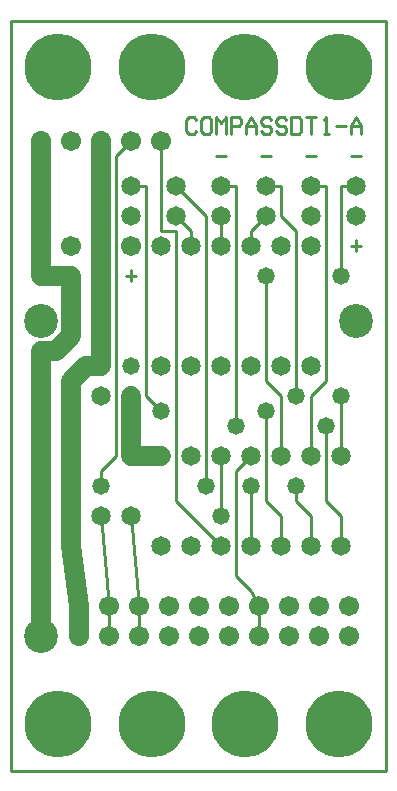
<source format=gtl>
%MOIN*%
%FSLAX25Y25*%
G04 D10 used for Character Trace; *
G04     Circle (OD=.01000) (No hole)*
G04 D11 used for Power Trace; *
G04     Circle (OD=.06700) (No hole)*
G04 D12 used for Signal Trace; *
G04     Circle (OD=.01100) (No hole)*
G04 D13 used for Via; *
G04     Circle (OD=.05800) (Round. Hole ID=.02800)*
G04 D14 used for Component hole; *
G04     Circle (OD=.06500) (Round. Hole ID=.03500)*
G04 D15 used for Component hole; *
G04     Circle (OD=.06700) (Round. Hole ID=.04300)*
G04 D16 used for Component hole; *
G04     Circle (OD=.08100) (Round. Hole ID=.05100)*
G04 D17 used for Component hole; *
G04     Circle (OD=.08900) (Round. Hole ID=.05900)*
G04 D18 used for Component hole; *
G04     Circle (OD=.11300) (Round. Hole ID=.08300)*
G04 D19 used for Component hole; *
G04     Circle (OD=.16000) (Round. Hole ID=.13000)*
G04 D20 used for Component hole; *
G04     Circle (OD=.18300) (Round. Hole ID=.15300)*
G04 D21 used for Component hole; *
G04     Circle (OD=.22291) (Round. Hole ID=.19291)*
%ADD10C,.01000*%
%ADD11C,.06700*%
%ADD12C,.01100*%
%ADD13C,.05800*%
%ADD14C,.06500*%
%ADD15C,.06700*%
%ADD16C,.08100*%
%ADD17C,.08900*%
%ADD18C,.11300*%
%ADD19C,.16000*%
%ADD20C,.18300*%
%ADD21C,.22291*%
%IPPOS*%
%LPD*%
G90*X0Y0D02*D21*X15625Y15625D03*D15*              
X42500Y45000D03*D12*Y55000D01*D15*D03*D12*        
X40000Y85000D01*D14*D03*X50000Y75000D03*D13*      
X30000Y95000D03*D12*Y100000D01*X35000Y105000D01*  
Y205000D01*X40000Y210000D01*D15*D03*X50000D03*D12*
Y180000D01*X55000D01*Y90000D01*X70000Y75000D01*   
D14*D03*X80000D03*D12*Y95000D01*D13*D03*D12*      
X90000Y85000D02*X85000Y90000D01*X90000Y75000D02*  
Y85000D01*D14*Y75000D03*D12*X100000D02*Y85000D01* 
D14*Y75000D03*D12*X110000D02*Y85000D01*D14*       
Y75000D03*D12*X100000Y85000D02*X95000Y90000D01*   
Y95000D01*D13*D03*D12*X110000Y85000D02*           
X105000Y90000D01*Y115000D01*D13*D03*              
X95000Y125000D03*D12*Y180000D01*X90000Y185000D01* 
Y195000D01*X85000D01*D14*D03*D10*X83326Y205000D02*
X86674D01*D12*X75000Y115000D02*Y195000D01*D13*    
Y115000D03*D14*X70000Y105000D03*D12*Y85000D01*D13*
D03*D14*X60000Y75000D03*D13*X65000Y95000D03*D12*  
Y185000D01*X55000Y195000D01*D14*D03*D12*          
X45000Y125000D02*Y195000D01*X50000Y120000D02*     
X45000Y125000D01*D13*X50000Y120000D03*D14*        
X40000Y125000D03*D11*Y105000D01*X50000D01*D14*D03*
X60000D03*X30000Y125000D03*Y85000D03*D12*         
X32500Y55000D01*D15*D03*D12*Y45000D01*D15*D03*    
X22500Y55000D03*D11*Y45000D01*D15*D03*D11*        
Y55000D02*X20000Y75000D01*D13*D03*D11*Y130000D01* 
X25000Y135000D01*X30000D01*Y165000D01*D14*D03*D11*
Y175000D01*D15*D03*D11*Y195000D01*D14*D03*D11*    
Y210000D01*D15*D03*X20000D03*D12*X40000Y195000D02*
X45000D01*D14*X40000D03*Y185000D03*X55000D03*D12* 
X60000Y180000D01*Y175000D01*D14*D03*              
X70000Y185000D03*D12*Y175000D01*D14*D03*X80000D03*
D12*Y180000D01*X85000Y185000D01*D14*D03*D12*      
X70000Y195000D02*X75000D01*D14*X70000D03*D10*     
X68326Y205000D02*X71674D01*D14*X90000Y175000D03*  
X50000D03*D10*X61674Y213086D02*X60837Y212129D01*  
X59163D01*X58326Y213086D01*Y216914D01*            
X59163Y217871D01*X60837D01*X61674Y216914D01*      
X66674Y213086D02*X65837Y212129D01*X64163D01*      
X63326Y213086D01*Y216914D01*X64163Y217871D01*     
X65837D01*X66674Y216914D01*Y213086D01*            
X68326Y212129D02*Y217871D01*X70000Y215957D01*     
X71674Y217871D01*Y212129D01*X73326D02*Y217871D01* 
X75837D01*X76674Y216914D01*Y215957D01*            
X75837Y215000D01*X73326D01*X78326Y212129D02*      
Y215000D01*X80000Y217871D01*X81674Y215000D01*     
Y212129D01*X78326Y215000D02*X81674D01*            
X86674Y216914D02*X85837Y217871D01*X84163D01*      
X83326Y216914D01*Y215957D01*X84163Y215000D01*     
X85837D01*X86674Y214043D01*Y213086D01*            
X85837Y212129D01*X84163D01*X83326Y213086D01*      
X91674Y216914D02*X90837Y217871D01*X89163D01*      
X88326Y216914D01*Y215957D01*X89163Y215000D01*     
X90837D01*X91674Y214043D01*Y213086D01*            
X90837Y212129D01*X89163D01*X88326Y213086D01*      
X93326Y212129D02*Y217871D01*X95837D01*            
X96674Y216914D01*Y213086D01*X95837Y212129D01*     
X93326D01*X100000D02*Y217871D01*X98326D02*        
X101674D01*X104163Y216914D02*X105000Y217871D01*   
Y212129D01*X104163D02*X105837D01*                 
X108326Y215000D02*X111674D01*X113326Y212129D02*   
Y215000D01*X115000Y217871D01*X116674Y215000D01*   
Y212129D01*X113326Y215000D02*X116674D01*          
X38326Y165000D02*X41674D01*X40000Y166914D02*      
Y163086D01*D14*X100000Y175000D03*Y185000D03*      
Y195000D03*D12*X105000D01*Y130000D01*             
X100000Y125000D01*Y105000D01*D14*D03*X110000D03*  
D12*Y125000D01*D13*D03*D14*X100000Y135000D03*     
X90000Y105000D03*D12*Y125000D01*X85000Y130000D01* 
Y165000D01*D13*D03*X110000D03*D12*Y195000D01*     
X115000D01*D14*D03*D10*X113326Y205000D02*         
X116674D01*D14*X115000Y185000D03*D10*             
X98326Y205000D02*X101674D01*X113326Y175000D02*    
X116674D01*X115000Y176914D02*Y173086D01*D21*      
X109375Y234375D03*X78125D03*D18*X115000Y150000D03*
D12*X125000Y0D02*Y250000D01*X0Y0D02*X125000D01*   
X0D02*Y250000D01*X125000D01*D21*X46875Y234375D03* 
D15*X40000Y175000D03*D11*X15000Y140000D02*        
X20000Y145000D01*X10000Y140000D02*X15000D01*      
X10000Y125000D02*Y140000D01*D13*Y125000D03*D11*   
Y65000D01*D13*D03*D11*Y45000D01*D18*D03*D21*      
X46875Y15625D03*D15*X52500Y45000D03*Y55000D03*    
X62500Y45000D03*Y55000D03*X72500Y45000D03*        
Y55000D03*D12*X80000Y60000D02*X75000Y65000D01*    
X82500Y55000D02*X80000Y60000D01*D15*              
X82500Y55000D03*D12*Y45000D01*D15*D03*            
X92500Y55000D03*Y45000D03*X102500D03*D12*         
X75000Y65000D02*Y100000D01*X80000Y105000D01*D14*  
D03*D13*X85000Y120000D03*D12*Y90000D01*D15*       
X102500Y55000D03*X112500D03*D13*X40000Y135000D03* 
D14*X90000D03*X80000D03*X70000D03*X60000D03*D15*  
X112500Y45000D03*D14*X50000Y135000D03*D11*        
X20000Y145000D02*Y165000D01*X10000D01*D14*D03*D11*
Y195000D01*D14*D03*D11*Y210000D01*D15*D03*D21*    
X15625Y234375D03*D15*X20000Y175000D03*D18*        
X10000Y150000D03*D21*X78125Y15625D03*X109375D03*  
M02*                                              

</source>
